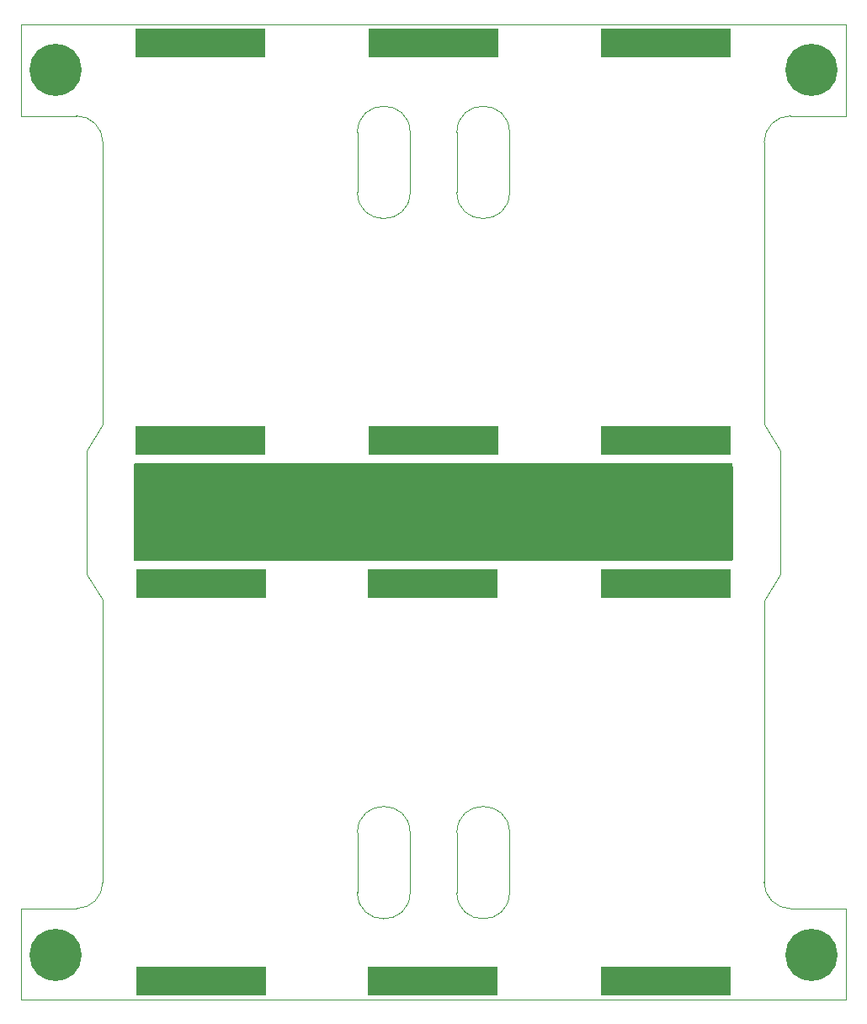
<source format=gbr>
%TF.GenerationSoftware,KiCad,Pcbnew,7.0.5*%
%TF.CreationDate,2023-06-21T15:03:31-07:00*%
%TF.ProjectId,solar-panel-NoCutout,736f6c61-722d-4706-916e-656c2d4e6f43,3.0*%
%TF.SameCoordinates,Original*%
%TF.FileFunction,Soldermask,Top*%
%TF.FilePolarity,Negative*%
%FSLAX46Y46*%
G04 Gerber Fmt 4.6, Leading zero omitted, Abs format (unit mm)*
G04 Created by KiCad (PCBNEW 7.0.5) date 2023-06-21 15:03:31*
%MOMM*%
%LPD*%
G01*
G04 APERTURE LIST*
%ADD10C,0.100000*%
%ADD11C,5.250000*%
%ADD12R,13.000000X3.000000*%
%TA.AperFunction,Profile*%
%ADD13C,0.050000*%
%TD*%
G04 APERTURE END LIST*
D10*
X114400000Y-110200000D02*
X174600000Y-110200000D01*
X174600000Y-119500000D01*
X114400000Y-119500000D01*
X114400000Y-110200000D01*
D11*
%TO.C,J2*%
X106500000Y-70300000D03*
%TD*%
%TO.C,J3*%
X106500000Y-159300000D03*
%TD*%
%TO.C,J4*%
X182500000Y-70300000D03*
%TD*%
%TO.C,J5*%
X182500000Y-159300000D03*
%TD*%
D12*
%TO.C,SC5*%
X167860000Y-67570000D03*
X167860000Y-107570000D03*
%TD*%
%TO.C,SC3*%
X144490000Y-67570000D03*
X144490000Y-107570000D03*
%TD*%
%TO.C,SC4*%
X144450000Y-121940000D03*
X144450000Y-161940000D03*
%TD*%
%TO.C,SC2*%
X121120000Y-121920000D03*
X121120000Y-161920000D03*
%TD*%
%TO.C,SC6*%
X167850000Y-121950000D03*
X167850000Y-161950000D03*
%TD*%
%TO.C,SC1*%
X121090000Y-67570000D03*
X121090000Y-107570000D03*
%TD*%
G36*
X174543039Y-109819685D02*
G01*
X174588794Y-109872489D01*
X174600000Y-109924000D01*
X174600000Y-119576000D01*
X174580315Y-119643039D01*
X174527511Y-119688794D01*
X174476000Y-119700000D01*
X114524000Y-119700000D01*
X114456961Y-119680315D01*
X114411206Y-119627511D01*
X114400000Y-119576000D01*
X114400000Y-109924000D01*
X114419685Y-109856961D01*
X114472489Y-109811206D01*
X114524000Y-109800000D01*
X174476000Y-109800000D01*
X174543039Y-109819685D01*
G37*
D13*
X136850000Y-153000000D02*
X136850000Y-147000000D01*
X142150000Y-153000000D02*
X142150000Y-147000000D01*
X146850000Y-147000000D02*
X146850000Y-153000000D01*
X152150000Y-153000000D02*
X152150000Y-147000000D01*
X142150000Y-76600000D02*
X142150000Y-82600000D01*
X136850000Y-76600000D02*
X136850000Y-82600000D01*
X146850000Y-76600000D02*
X146850000Y-82600000D01*
X152150000Y-76600000D02*
X152150000Y-82600000D01*
X186000000Y-65750000D02*
X103000000Y-65750000D01*
X108580000Y-74920000D02*
X103000000Y-74920000D01*
X111239937Y-77570000D02*
G75*
G03*
X108580000Y-74920001I-2644937J5100D01*
G01*
X103000000Y-65750000D02*
X103000000Y-74920000D01*
X103000000Y-154620000D02*
X103000000Y-163750000D01*
X136850000Y-82600000D02*
G75*
G03*
X142150000Y-82600000I2650000J0D01*
G01*
X186000000Y-74925000D02*
X180420000Y-74925000D01*
X152150000Y-76600000D02*
G75*
G03*
X146850000Y-76600000I-2650000J0D01*
G01*
X186000000Y-74925000D02*
X186000000Y-65750000D01*
X142150000Y-76600000D02*
G75*
G03*
X136850000Y-76600000I-2650000J0D01*
G01*
X111240000Y-123595000D02*
X111240000Y-151970000D01*
X109650000Y-108545000D02*
X109650000Y-120995000D01*
X109650000Y-120995000D02*
X111240000Y-123595000D01*
X103000000Y-163750000D02*
X186000000Y-163750000D01*
X142150000Y-147000000D02*
G75*
G03*
X136850000Y-147000000I-2650000J0D01*
G01*
X186000000Y-163750000D02*
X186000000Y-154625000D01*
X136850000Y-153000000D02*
G75*
G03*
X142150000Y-153000000I2650000J0D01*
G01*
X180420000Y-74925039D02*
G75*
G03*
X177760001Y-77575000I-15100J-2644861D01*
G01*
X109650000Y-108545000D02*
X111240000Y-105945000D01*
X177760000Y-105950000D02*
X179350000Y-108550000D01*
X177760000Y-77575000D02*
X177760000Y-105950000D01*
X152150000Y-147000000D02*
G75*
G03*
X146850000Y-147000000I-2650000J0D01*
G01*
X108580000Y-154619961D02*
G75*
G03*
X111239999Y-151970000I15000J2644961D01*
G01*
X179350000Y-108550000D02*
X179350000Y-121000000D01*
X146850000Y-153000000D02*
G75*
G03*
X152150000Y-153000000I2650000J0D01*
G01*
X111240000Y-77570000D02*
X111240000Y-105945000D01*
X177759964Y-151975000D02*
G75*
G03*
X180420000Y-154624999I2645136J-4900D01*
G01*
X103000000Y-154620000D02*
X108580000Y-154620000D01*
X146850000Y-82600000D02*
G75*
G03*
X152150000Y-82600000I2650000J0D01*
G01*
X177760000Y-123600000D02*
X177760000Y-151975000D01*
X177760000Y-123600000D02*
X179350000Y-121000000D01*
X180420000Y-154625000D02*
X186000000Y-154625000D01*
M02*

</source>
